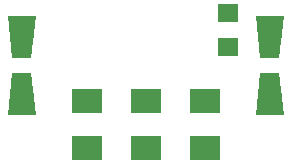
<source format=gtp>
G04 #@! TF.GenerationSoftware,KiCad,Pcbnew,(5.0.1)-4*
G04 #@! TF.CreationDate,2020-10-11T14:42:23+02:00*
G04 #@! TF.ProjectId,GP2Y0D8xxZ0F,4750325930443878785A30462E6B6963,1*
G04 #@! TF.SameCoordinates,Original*
G04 #@! TF.FileFunction,Paste,Top*
G04 #@! TF.FilePolarity,Positive*
%FSLAX46Y46*%
G04 Gerber Fmt 4.6, Leading zero omitted, Abs format (unit mm)*
G04 Created by KiCad (PCBNEW (5.0.1)-4) date 10/11/2020 2:42:23 PM*
%MOMM*%
%LPD*%
G01*
G04 APERTURE LIST*
%ADD10C,1.986130*%
%ADD11C,0.100000*%
%ADD12R,1.800860X1.597660*%
%ADD13R,2.500000X2.000000*%
G04 APERTURE END LIST*
D10*
G04 #@! TO.C,R1*
X70500000Y-86087000D03*
D11*
G36*
X69301120Y-84336940D02*
X71698880Y-84336940D01*
X71300100Y-87837060D01*
X69699900Y-87837060D01*
X69301120Y-84336940D01*
X69301120Y-84336940D01*
G37*
D10*
X70500000Y-90913000D03*
D11*
G36*
X71698880Y-92663060D02*
X69301120Y-92663060D01*
X69699900Y-89162940D01*
X71300100Y-89162940D01*
X71698880Y-92663060D01*
X71698880Y-92663060D01*
G37*
G04 #@! TD*
D10*
G04 #@! TO.C,R2*
X91500000Y-86087000D03*
D11*
G36*
X90301120Y-84336940D02*
X92698880Y-84336940D01*
X92300100Y-87837060D01*
X90699900Y-87837060D01*
X90301120Y-84336940D01*
X90301120Y-84336940D01*
G37*
D10*
X91500000Y-90913000D03*
D11*
G36*
X92698880Y-92663060D02*
X90301120Y-92663060D01*
X90699900Y-89162940D01*
X92300100Y-89162940D01*
X92698880Y-92663060D01*
X92698880Y-92663060D01*
G37*
G04 #@! TD*
D12*
G04 #@! TO.C,D1*
X88000000Y-86919860D03*
X88000000Y-84080140D03*
G04 #@! TD*
D13*
G04 #@! TO.C,C2*
X86000000Y-95500000D03*
X86000000Y-91500000D03*
G04 #@! TD*
G04 #@! TO.C,C1*
X76000000Y-91500000D03*
X76000000Y-95500000D03*
G04 #@! TD*
G04 #@! TO.C,C3*
X81000000Y-95500000D03*
X81000000Y-91500000D03*
G04 #@! TD*
M02*

</source>
